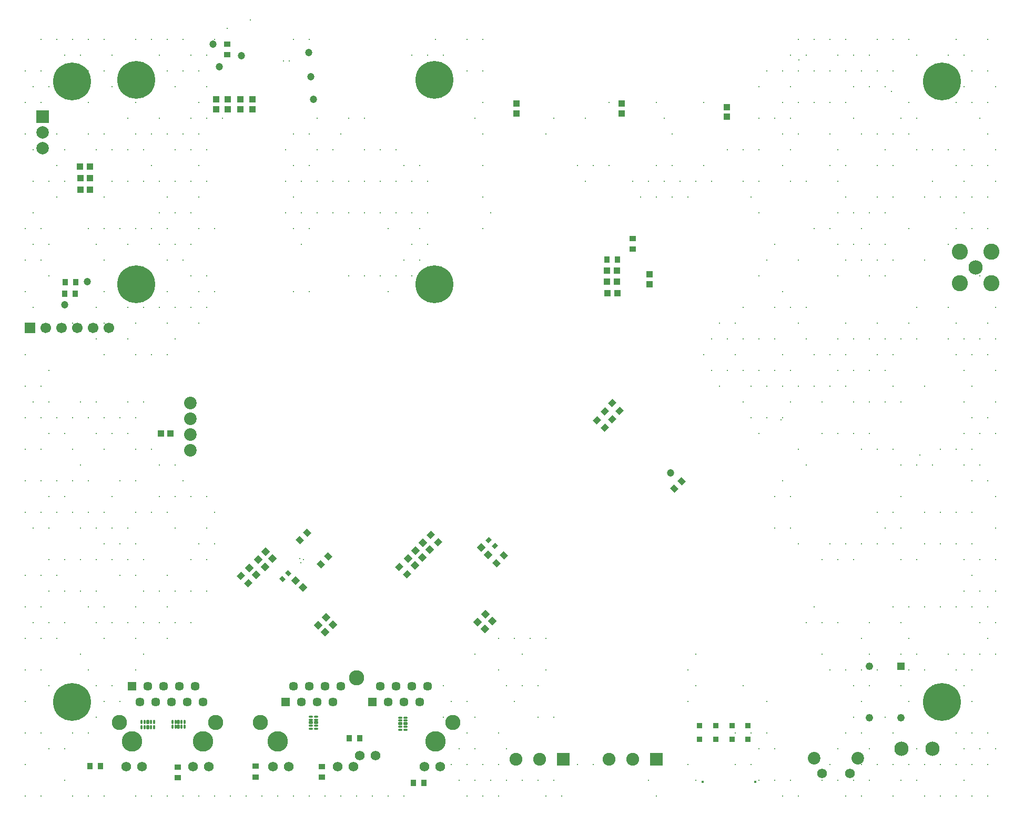
<source format=gbs>
G04*
G04 #@! TF.GenerationSoftware,Altium Limited,Altium Designer,25.5.2 (35)*
G04*
G04 Layer_Color=16711935*
%FSLAX44Y44*%
%MOMM*%
G71*
G04*
G04 #@! TF.SameCoordinates,7FE83EBB-F424-4E48-BF24-F714E467DA33*
G04*
G04*
G04 #@! TF.FilePolarity,Negative*
G04*
G01*
G75*
%ADD72R,0.9508X1.0508*%
%ADD77R,1.0508X1.0508*%
%ADD78R,1.0508X0.9508*%
%ADD79R,1.0508X1.0508*%
%ADD90R,0.8509X0.8509*%
%ADD94P,1.4861X4X90.0*%
G04:AMPARAMS|DCode=98|XSize=1.0508mm|YSize=0.9508mm|CornerRadius=0mm|HoleSize=0mm|Usage=FLASHONLY|Rotation=45.000|XOffset=0mm|YOffset=0mm|HoleType=Round|Shape=Rectangle|*
%AMROTATEDRECTD98*
4,1,4,-0.0354,-0.7077,-0.7077,-0.0354,0.0354,0.7077,0.7077,0.0354,-0.0354,-0.7077,0.0*
%
%ADD98ROTATEDRECTD98*%

G04:AMPARAMS|DCode=110|XSize=1.0508mm|YSize=0.9508mm|CornerRadius=0mm|HoleSize=0mm|Usage=FLASHONLY|Rotation=315.000|XOffset=0mm|YOffset=0mm|HoleType=Round|Shape=Rectangle|*
%AMROTATEDRECTD110*
4,1,4,-0.7077,0.0354,-0.0354,0.7077,0.7077,-0.0354,0.0354,-0.7077,-0.7077,0.0354,0.0*
%
%ADD110ROTATEDRECTD110*%

G04:AMPARAMS|DCode=114|XSize=0.7508mm|YSize=0.7008mm|CornerRadius=0mm|HoleSize=0mm|Usage=FLASHONLY|Rotation=315.000|XOffset=0mm|YOffset=0mm|HoleType=Round|Shape=Rectangle|*
%AMROTATEDRECTD114*
4,1,4,-0.5132,0.0177,-0.0177,0.5132,0.5132,-0.0177,0.0177,-0.5132,-0.5132,0.0177,0.0*
%
%ADD114ROTATEDRECTD114*%

G04:AMPARAMS|DCode=115|XSize=0.7508mm|YSize=0.7008mm|CornerRadius=0mm|HoleSize=0mm|Usage=FLASHONLY|Rotation=45.000|XOffset=0mm|YOffset=0mm|HoleType=Round|Shape=Rectangle|*
%AMROTATEDRECTD115*
4,1,4,-0.0177,-0.5132,-0.5132,-0.0177,0.0177,0.5132,0.5132,0.0177,-0.0177,-0.5132,0.0*
%
%ADD115ROTATEDRECTD115*%

%ADD118C,1.2000*%
%ADD129C,2.6008*%
%ADD130C,1.2108*%
%ADD131C,1.5658*%
%ADD132C,2.0008*%
%ADD133C,1.7008*%
%ADD134C,2.0308*%
%ADD135C,2.4508*%
%ADD136C,1.4508*%
%ADD137C,1.5708*%
%ADD138R,1.4508X1.4508*%
%ADD139C,2.0758*%
%ADD140R,2.0758X2.0758*%
%ADD141C,2.3008*%
%ADD142R,2.0008X2.0008*%
%ADD143C,3.3008*%
%ADD144C,0.4258*%
%ADD145R,1.2108X1.2108*%
%ADD146C,6.1000*%
%ADD147R,1.7008X1.7008*%
%ADD148C,0.2540*%
G04:AMPARAMS|DCode=187|XSize=0.54mm|YSize=0.705mm|CornerRadius=0.17mm|HoleSize=0mm|Usage=FLASHONLY|Rotation=90.000|XOffset=0mm|YOffset=0mm|HoleType=Round|Shape=RoundedRectangle|*
%AMROUNDEDRECTD187*
21,1,0.5400,0.3650,0,0,90.0*
21,1,0.2000,0.7050,0,0,90.0*
1,1,0.3400,0.1825,0.1000*
1,1,0.3400,0.1825,-0.1000*
1,1,0.3400,-0.1825,-0.1000*
1,1,0.3400,-0.1825,0.1000*
%
%ADD187ROUNDEDRECTD187*%
G04:AMPARAMS|DCode=188|XSize=0.54mm|YSize=0.705mm|CornerRadius=0.17mm|HoleSize=0mm|Usage=FLASHONLY|Rotation=0.000|XOffset=0mm|YOffset=0mm|HoleType=Round|Shape=RoundedRectangle|*
%AMROUNDEDRECTD188*
21,1,0.5400,0.3650,0,0,0.0*
21,1,0.2000,0.7050,0,0,0.0*
1,1,0.3400,0.1000,-0.1825*
1,1,0.3400,-0.1000,-0.1825*
1,1,0.3400,-0.1000,0.1825*
1,1,0.3400,0.1000,0.1825*
%
%ADD188ROUNDEDRECTD188*%
G04:AMPARAMS|DCode=189|XSize=0.34mm|YSize=0.705mm|CornerRadius=0.12mm|HoleSize=0mm|Usage=FLASHONLY|Rotation=90.000|XOffset=0mm|YOffset=0mm|HoleType=Round|Shape=RoundedRectangle|*
%AMROUNDEDRECTD189*
21,1,0.3400,0.4650,0,0,90.0*
21,1,0.1000,0.7050,0,0,90.0*
1,1,0.2400,0.2325,0.0500*
1,1,0.2400,0.2325,-0.0500*
1,1,0.2400,-0.2325,-0.0500*
1,1,0.2400,-0.2325,0.0500*
%
%ADD189ROUNDEDRECTD189*%
G04:AMPARAMS|DCode=190|XSize=0.34mm|YSize=0.705mm|CornerRadius=0.12mm|HoleSize=0mm|Usage=FLASHONLY|Rotation=0.000|XOffset=0mm|YOffset=0mm|HoleType=Round|Shape=RoundedRectangle|*
%AMROUNDEDRECTD190*
21,1,0.3400,0.4650,0,0,0.0*
21,1,0.1000,0.7050,0,0,0.0*
1,1,0.2400,0.0500,-0.2325*
1,1,0.2400,-0.0500,-0.2325*
1,1,0.2400,-0.0500,0.2325*
1,1,0.2400,0.0500,0.2325*
%
%ADD190ROUNDEDRECTD190*%
D72*
X960500Y867250D02*
D03*
X546000Y96500D02*
D03*
X649000Y24250D02*
D03*
X128250Y51250D02*
D03*
X563000Y96500D02*
D03*
X666000Y24250D02*
D03*
X145250Y51250D02*
D03*
X977500Y867250D02*
D03*
X105000Y812750D02*
D03*
X88000D02*
D03*
X88500Y831500D02*
D03*
X105500D02*
D03*
D77*
X961000Y849750D02*
D03*
Y832250D02*
D03*
X961250Y813750D02*
D03*
X128500Y1017500D02*
D03*
X128750Y998750D02*
D03*
Y980000D02*
D03*
X242250Y587000D02*
D03*
X977000Y849750D02*
D03*
X977250Y813750D02*
D03*
X112750Y998750D02*
D03*
X112500Y1017500D02*
D03*
X112750Y980000D02*
D03*
X258250Y587000D02*
D03*
X977000Y832250D02*
D03*
D78*
X1001750Y901500D02*
D03*
X501750Y33250D02*
D03*
X394750Y34000D02*
D03*
X269750Y33000D02*
D03*
X501750Y50250D02*
D03*
X394750Y51000D02*
D03*
X269750Y50000D02*
D03*
X1001750Y884500D02*
D03*
X349250Y1197750D02*
D03*
Y1214750D02*
D03*
D79*
X1153694Y1113500D02*
D03*
X984000Y1119000D02*
D03*
X1029500Y844000D02*
D03*
X815250Y1119000D02*
D03*
X389806Y1109500D02*
D03*
X370623Y1109542D02*
D03*
X350306Y1109750D02*
D03*
X331306D02*
D03*
X1029500Y828000D02*
D03*
X389806Y1125500D02*
D03*
X370623Y1125542D02*
D03*
X984000Y1103000D02*
D03*
X1153694Y1097500D02*
D03*
X815250Y1103000D02*
D03*
X350306Y1125750D02*
D03*
X331306D02*
D03*
D90*
X1187500Y94249D02*
D03*
X1161750Y94499D02*
D03*
X1136000D02*
D03*
X1109250D02*
D03*
Y116501D02*
D03*
X1187500Y116251D02*
D03*
X1136000Y116501D02*
D03*
X1161750D02*
D03*
D94*
X664296Y411157D02*
D03*
X769657Y392149D02*
D03*
X652343Y398907D02*
D03*
X640186Y385814D02*
D03*
X776064Y284686D02*
D03*
X470906Y339093D02*
D03*
X411030Y396720D02*
D03*
X398936Y383814D02*
D03*
X384936Y370564D02*
D03*
X763767Y272029D02*
D03*
X519500Y279500D02*
D03*
X507000Y267056D02*
D03*
X459593Y350407D02*
D03*
X508186Y290814D02*
D03*
X495686Y278370D02*
D03*
X410250Y372500D02*
D03*
X422343Y385407D02*
D03*
X396250Y359250D02*
D03*
X758343Y403463D02*
D03*
X675610Y399843D02*
D03*
X663657Y387593D02*
D03*
X764750Y296000D02*
D03*
X752454Y283343D02*
D03*
X651500Y374500D02*
D03*
D98*
X676989Y424261D02*
D03*
X383354Y345896D02*
D03*
X371333Y357917D02*
D03*
X969055Y636012D02*
D03*
X957045Y622523D02*
D03*
X944805Y608762D02*
D03*
X626490Y372510D02*
D03*
X689010Y412240D02*
D03*
X638511Y360489D02*
D03*
X969065Y610502D02*
D03*
X981076Y623992D02*
D03*
X956826Y596741D02*
D03*
D110*
X1080760Y510260D02*
D03*
X477853Y427417D02*
D03*
X795011Y390511D02*
D03*
X512104Y388917D02*
D03*
X500083Y376896D02*
D03*
X465833Y415396D02*
D03*
X1068740Y498240D02*
D03*
X782990Y378490D02*
D03*
D114*
X447593Y362157D02*
D03*
X438049Y352613D02*
D03*
D115*
X770478Y415272D02*
D03*
X780022Y405728D02*
D03*
D118*
X1063343Y523657D02*
D03*
X337000Y1178250D02*
D03*
X326804Y1214331D02*
D03*
X124000Y831750D02*
D03*
X87750Y794500D02*
D03*
X372250Y1196250D02*
D03*
X488500Y1125750D02*
D03*
X484250Y1162500D02*
D03*
X480250Y1201000D02*
D03*
D129*
X1528906Y880670D02*
D03*
X1579706D02*
D03*
Y829870D02*
D03*
X1528906D02*
D03*
D130*
X1382750Y212000D02*
D03*
X1433750Y129500D02*
D03*
X1382750D02*
D03*
D131*
X1351878Y39319D02*
D03*
X1306878D02*
D03*
D132*
X52500Y1047100D02*
D03*
Y1072500D02*
D03*
D133*
X82600Y757500D02*
D03*
X57200D02*
D03*
X108000D02*
D03*
X133400D02*
D03*
X158800D02*
D03*
D134*
X290000Y560250D02*
D03*
Y585650D02*
D03*
Y611050D02*
D03*
Y636450D02*
D03*
X1294328Y64219D02*
D03*
X1364428D02*
D03*
D135*
X557540Y193928D02*
D03*
X712190Y121528D02*
D03*
X402890D02*
D03*
X330765Y121427D02*
D03*
X175865D02*
D03*
D136*
X532140Y179928D02*
D03*
X671840D02*
D03*
X310465Y154427D02*
D03*
X468640Y154528D02*
D03*
X481340Y179928D02*
D03*
X494040Y154528D02*
D03*
X455940Y179928D02*
D03*
X506740D02*
D03*
X297765Y179827D02*
D03*
X285065Y154427D02*
D03*
X259665D02*
D03*
X234265D02*
D03*
X208865D02*
D03*
X272365Y179827D02*
D03*
X246965D02*
D03*
X221565D02*
D03*
X646440Y179928D02*
D03*
X621040D02*
D03*
X595640D02*
D03*
X519440Y154528D02*
D03*
X659140D02*
D03*
X633740D02*
D03*
X608340D02*
D03*
D137*
X552440Y50427D02*
D03*
X448240D02*
D03*
X187015Y50127D02*
D03*
X294215D02*
D03*
X319615D02*
D03*
X212415D02*
D03*
X666840Y50427D02*
D03*
X692240D02*
D03*
X422840D02*
D03*
X527040D02*
D03*
X588040Y68128D02*
D03*
X562640D02*
D03*
D138*
X443240Y154528D02*
D03*
X196165Y179827D02*
D03*
X582940Y154528D02*
D03*
D139*
X852126Y62143D02*
D03*
X814026D02*
D03*
X1001986D02*
D03*
X963886D02*
D03*
D140*
X890227D02*
D03*
X1040087D02*
D03*
D141*
X1554306Y855270D02*
D03*
X1434558Y79556D02*
D03*
X1484557D02*
D03*
D142*
X52500Y1097900D02*
D03*
D143*
X310465Y90927D02*
D03*
X196165D02*
D03*
X684540Y91028D02*
D03*
X430540D02*
D03*
D144*
X1114547Y26160D02*
D03*
X1199547D02*
D03*
D145*
X1433750Y212000D02*
D03*
D146*
X1499957Y154320D02*
D03*
Y1154320D02*
D03*
X683193Y1157458D02*
D03*
X203193Y827459D02*
D03*
X683193D02*
D03*
X203193Y1157458D02*
D03*
X99956Y154320D02*
D03*
Y1154320D02*
D03*
D147*
X31800Y757500D02*
D03*
D148*
X1268687Y1222722D02*
D03*
X1319487Y1171922D02*
D03*
X1357587Y1146522D02*
D03*
X1294086Y1222722D02*
D03*
X1344886Y1171922D02*
D03*
X1382986Y1146522D02*
D03*
X862287Y3522D02*
D03*
X887686D02*
D03*
X582887D02*
D03*
X214587Y282910D02*
D03*
X201887Y308322D02*
D03*
X214587Y232122D02*
D03*
X138386Y333722D02*
D03*
X189186Y282922D02*
D03*
X74886Y511522D02*
D03*
X125687Y460722D02*
D03*
X74886Y968722D02*
D03*
X36786Y943322D02*
D03*
X49486Y917922D02*
D03*
X62186Y892522D02*
D03*
X36786D02*
D03*
X49486Y867122D02*
D03*
X62186Y841722D02*
D03*
X328886Y1222722D02*
D03*
X1464286Y552496D02*
D03*
X1240500Y609000D02*
D03*
X786087Y257522D02*
D03*
X316187Y333722D02*
D03*
X467595Y379365D02*
D03*
X472165Y383792D02*
D03*
X465915Y386042D02*
D03*
X349250Y1240000D02*
D03*
X386250Y1253250D02*
D03*
X1573486Y1222722D02*
D03*
Y1171922D02*
D03*
X1586187Y1146522D02*
D03*
X1573486Y1121122D02*
D03*
Y1070322D02*
D03*
X1586187Y1044922D02*
D03*
X1573486Y1019522D02*
D03*
X1586187Y994122D02*
D03*
X1573486Y968722D02*
D03*
Y917922D02*
D03*
X1586187Y790922D02*
D03*
X1573486Y765522D02*
D03*
X1586187Y740122D02*
D03*
X1573486Y714722D02*
D03*
X1586187Y689322D02*
D03*
Y638522D02*
D03*
X1573486Y613122D02*
D03*
X1586187Y587722D02*
D03*
X1573486Y511522D02*
D03*
X1586187Y486122D02*
D03*
Y435322D02*
D03*
Y384522D02*
D03*
Y333722D02*
D03*
X1573486Y308322D02*
D03*
X1586187Y282922D02*
D03*
X1573486Y257522D02*
D03*
X1586187Y232122D02*
D03*
X1573486Y105122D02*
D03*
X1586187Y79722D02*
D03*
X1573486Y54322D02*
D03*
Y3522D02*
D03*
X1548087Y1171922D02*
D03*
Y1121122D02*
D03*
X1560786Y1095722D02*
D03*
X1548087Y1019522D02*
D03*
Y968722D02*
D03*
Y917922D02*
D03*
X1560786Y841722D02*
D03*
Y740122D02*
D03*
X1548087Y714722D02*
D03*
Y663922D02*
D03*
Y613122D02*
D03*
X1560786Y587722D02*
D03*
X1548087Y562322D02*
D03*
X1560786Y536922D02*
D03*
X1548087Y511522D02*
D03*
Y460722D02*
D03*
Y409922D02*
D03*
X1560786Y384522D02*
D03*
X1548087Y359122D02*
D03*
X1560786Y333722D02*
D03*
X1548087Y308322D02*
D03*
X1560786Y282922D02*
D03*
Y232122D02*
D03*
X1548087Y206722D02*
D03*
Y155922D02*
D03*
Y105122D02*
D03*
X1560786Y79722D02*
D03*
X1548087Y54322D02*
D03*
Y3522D02*
D03*
X1522686Y1222722D02*
D03*
X1535387Y1197322D02*
D03*
X1522686Y1171922D02*
D03*
X1535387Y1146522D02*
D03*
X1522686Y1121122D02*
D03*
X1535387Y1044922D02*
D03*
X1522686Y1019522D02*
D03*
X1535387Y994122D02*
D03*
X1522686Y968722D02*
D03*
X1535387Y943322D02*
D03*
X1522686Y917922D02*
D03*
Y765522D02*
D03*
X1535387Y740122D02*
D03*
X1522686Y714722D02*
D03*
X1535387Y689322D02*
D03*
Y638522D02*
D03*
Y587722D02*
D03*
X1522686Y562322D02*
D03*
X1535387Y536922D02*
D03*
X1522686Y460722D02*
D03*
Y409922D02*
D03*
X1535387Y384522D02*
D03*
Y333722D02*
D03*
X1522686Y308322D02*
D03*
X1535387Y232122D02*
D03*
X1522686Y206722D02*
D03*
X1535387Y181322D02*
D03*
X1522686Y155922D02*
D03*
Y105122D02*
D03*
X1535387Y79722D02*
D03*
X1522686Y54322D02*
D03*
X1535387Y28922D02*
D03*
X1522686Y3522D02*
D03*
X1509987Y1197322D02*
D03*
X1497287Y1171922D02*
D03*
X1509987Y1044922D02*
D03*
X1497287Y968722D02*
D03*
X1509987Y892522D02*
D03*
Y790922D02*
D03*
Y740122D02*
D03*
X1497287Y562322D02*
D03*
Y460722D02*
D03*
Y409922D02*
D03*
Y308322D02*
D03*
X1509987Y232122D02*
D03*
Y181322D02*
D03*
Y130522D02*
D03*
X1497287Y54322D02*
D03*
Y3522D02*
D03*
X1484586Y1146522D02*
D03*
Y1044922D02*
D03*
Y994122D02*
D03*
X1471886Y968722D02*
D03*
Y867122D02*
D03*
Y663922D02*
D03*
X1484586Y536922D02*
D03*
X1471886Y460722D02*
D03*
Y409922D02*
D03*
Y308322D02*
D03*
Y206722D02*
D03*
X1484586Y181322D02*
D03*
Y130522D02*
D03*
X1471886Y54322D02*
D03*
Y3522D02*
D03*
X1446487Y1222722D02*
D03*
X1459187Y1197322D02*
D03*
X1446487Y1121122D02*
D03*
X1459187Y1095722D02*
D03*
X1446487Y1070322D02*
D03*
X1459187Y1044922D02*
D03*
X1446487Y917922D02*
D03*
X1459187Y790922D02*
D03*
X1446487Y765522D02*
D03*
X1459187Y740122D02*
D03*
Y536922D02*
D03*
Y384522D02*
D03*
X1446487Y308322D02*
D03*
Y257522D02*
D03*
X1459187Y232122D02*
D03*
X1446487Y206722D02*
D03*
Y155922D02*
D03*
X1459187Y79722D02*
D03*
X1446487Y54322D02*
D03*
X1459187Y28922D02*
D03*
X1421086Y1222722D02*
D03*
Y1171922D02*
D03*
X1433786Y1095722D02*
D03*
X1421086Y1070322D02*
D03*
Y1019522D02*
D03*
Y968722D02*
D03*
Y867122D02*
D03*
X1433786Y740122D02*
D03*
X1421086Y714722D02*
D03*
Y663922D02*
D03*
X1433786Y638522D02*
D03*
X1421086Y562322D02*
D03*
X1433786Y536922D02*
D03*
Y486122D02*
D03*
X1421086Y460722D02*
D03*
X1433786Y435322D02*
D03*
X1421086Y409922D02*
D03*
X1433786Y384522D02*
D03*
X1421086Y308322D02*
D03*
X1433786Y282922D02*
D03*
Y232122D02*
D03*
Y181322D02*
D03*
X1421086Y105122D02*
D03*
Y54322D02*
D03*
X1433786Y28922D02*
D03*
X1421086Y3522D02*
D03*
X1395686Y1222722D02*
D03*
Y1171922D02*
D03*
X1408387Y1146522D02*
D03*
X1395686Y1070322D02*
D03*
X1408387Y1044922D02*
D03*
X1395686Y1019522D02*
D03*
Y968722D02*
D03*
X1408387Y943322D02*
D03*
Y892522D02*
D03*
X1395686Y867122D02*
D03*
X1408387Y841722D02*
D03*
X1395686Y765522D02*
D03*
X1408387Y740122D02*
D03*
X1395686Y714722D02*
D03*
X1408387Y689322D02*
D03*
Y638522D02*
D03*
X1395686Y562322D02*
D03*
Y460722D02*
D03*
X1408387Y435322D02*
D03*
X1395686Y409922D02*
D03*
Y206722D02*
D03*
X1408387Y130522D02*
D03*
X1395686Y54322D02*
D03*
X1382986Y1197322D02*
D03*
X1370287Y1171922D02*
D03*
Y1070322D02*
D03*
X1382986Y943322D02*
D03*
X1370287Y917922D02*
D03*
X1382986Y892522D02*
D03*
X1370287Y867122D02*
D03*
X1382986Y841722D02*
D03*
Y740122D02*
D03*
Y689322D02*
D03*
Y638522D02*
D03*
Y587722D02*
D03*
X1370287Y562322D02*
D03*
Y409922D02*
D03*
X1382986Y282922D02*
D03*
X1370287Y257522D02*
D03*
X1382986Y232122D02*
D03*
X1370287Y206722D02*
D03*
X1382986Y181322D02*
D03*
X1370287Y155922D02*
D03*
Y105122D02*
D03*
X1382986Y79722D02*
D03*
X1370287Y54322D02*
D03*
X1382986Y28922D02*
D03*
X1370287Y3522D02*
D03*
X1344886Y1222722D02*
D03*
X1357587Y1197322D02*
D03*
X1344886Y1121122D02*
D03*
X1357587Y1095722D02*
D03*
X1344886Y1019522D02*
D03*
Y968722D02*
D03*
X1357587Y943322D02*
D03*
Y892522D02*
D03*
X1344886Y867122D02*
D03*
Y765522D02*
D03*
X1357587Y740122D02*
D03*
X1344886Y714722D02*
D03*
X1357587Y689322D02*
D03*
X1344886Y663922D02*
D03*
X1357587Y638522D02*
D03*
Y587722D02*
D03*
X1344886Y409922D02*
D03*
X1357587Y384522D02*
D03*
X1344886Y206722D02*
D03*
X1357587Y181322D02*
D03*
Y130522D02*
D03*
X1344886Y105122D02*
D03*
X1357587Y28922D02*
D03*
X1344886Y3522D02*
D03*
X1319487Y1222722D02*
D03*
X1332186Y1197322D02*
D03*
X1319487Y1121122D02*
D03*
Y1070322D02*
D03*
X1332186Y1044922D02*
D03*
X1319487Y1019522D02*
D03*
X1332186Y994122D02*
D03*
Y943322D02*
D03*
X1319487Y917922D02*
D03*
X1332186Y892522D02*
D03*
Y841722D02*
D03*
Y740122D02*
D03*
X1319487Y714722D02*
D03*
X1332186Y689322D02*
D03*
X1319487Y663922D02*
D03*
X1332186Y587722D02*
D03*
X1319487Y409922D02*
D03*
X1332186Y384522D02*
D03*
Y282922D02*
D03*
X1319487Y206722D02*
D03*
X1332186Y79722D02*
D03*
X1319487Y54322D02*
D03*
X1332186Y28922D02*
D03*
X1294086Y1171922D02*
D03*
Y1121122D02*
D03*
Y917922D02*
D03*
Y714722D02*
D03*
Y663922D02*
D03*
X1306786Y638522D02*
D03*
Y587722D02*
D03*
Y384522D02*
D03*
X1294086Y308322D02*
D03*
X1306786Y282922D02*
D03*
Y232122D02*
D03*
Y28922D02*
D03*
X1281387Y1197322D02*
D03*
X1268687Y1171922D02*
D03*
Y1121122D02*
D03*
Y1070322D02*
D03*
X1281387Y994122D02*
D03*
X1268687Y867122D02*
D03*
X1281387Y790922D02*
D03*
X1268687Y765522D02*
D03*
X1281387Y740122D02*
D03*
X1268687Y663922D02*
D03*
Y562322D02*
D03*
X1281387Y536922D02*
D03*
X1268687Y409922D02*
D03*
X1281387Y282922D02*
D03*
X1268687Y3522D02*
D03*
X1255986Y1197322D02*
D03*
X1243287Y1171922D02*
D03*
X1255986Y1146522D02*
D03*
X1243287Y1121122D02*
D03*
X1255986Y1095722D02*
D03*
X1243287Y1070322D02*
D03*
X1255986Y1044922D02*
D03*
X1243287Y1019522D02*
D03*
X1255986Y994122D02*
D03*
X1243287Y816322D02*
D03*
X1255986Y790922D02*
D03*
X1243287Y714722D02*
D03*
X1255986Y689322D02*
D03*
X1243287Y663922D02*
D03*
X1255986Y638522D02*
D03*
X1243287Y613122D02*
D03*
Y511522D02*
D03*
X1255986Y486122D02*
D03*
Y435322D02*
D03*
Y28922D02*
D03*
X1243287Y3522D02*
D03*
X1217887Y1171922D02*
D03*
X1230586Y1095722D02*
D03*
Y892522D02*
D03*
X1217887Y867122D02*
D03*
X1230586Y790922D02*
D03*
Y740122D02*
D03*
Y689322D02*
D03*
X1217887Y663922D02*
D03*
Y613122D02*
D03*
X1230586Y486122D02*
D03*
Y435322D02*
D03*
X1217887Y155922D02*
D03*
Y105122D02*
D03*
X1230586Y79722D02*
D03*
Y28922D02*
D03*
X1205186Y1146522D02*
D03*
Y1095722D02*
D03*
Y1044922D02*
D03*
Y994122D02*
D03*
X1192486Y968722D02*
D03*
X1205186Y943322D02*
D03*
Y841722D02*
D03*
Y740122D02*
D03*
Y689322D02*
D03*
X1192486Y663922D02*
D03*
Y613122D02*
D03*
X1205186Y587722D02*
D03*
X1192486Y105122D02*
D03*
X1205186Y79722D02*
D03*
X1192486Y54322D02*
D03*
X1205186Y28922D02*
D03*
X1179787Y1044922D02*
D03*
Y994122D02*
D03*
Y790922D02*
D03*
X1167086Y765522D02*
D03*
X1179787Y740122D02*
D03*
X1167086Y714722D02*
D03*
X1179787Y689322D02*
D03*
Y638522D02*
D03*
Y181322D02*
D03*
X1167086Y105122D02*
D03*
Y54322D02*
D03*
X1154387Y1044922D02*
D03*
X1141686Y765522D02*
D03*
X1154387Y740122D02*
D03*
Y689322D02*
D03*
X1141686Y663922D02*
D03*
X1116286Y1121122D02*
D03*
Y1019522D02*
D03*
X1128987Y994122D02*
D03*
Y740122D02*
D03*
X1116286Y714722D02*
D03*
X1128987Y689322D02*
D03*
X1103587Y994122D02*
D03*
X1090887Y968722D02*
D03*
X1103587Y232122D02*
D03*
X1090887Y206722D02*
D03*
X1103587Y181322D02*
D03*
X1090887Y155922D02*
D03*
Y54322D02*
D03*
X1103587Y28922D02*
D03*
X1065487Y1070322D02*
D03*
Y1019522D02*
D03*
X1078186Y994122D02*
D03*
X1065487Y968722D02*
D03*
X1040087Y1121122D02*
D03*
X1052786Y1095722D02*
D03*
X1040087Y1019522D02*
D03*
X1052786Y994122D02*
D03*
X1040087Y968722D02*
D03*
Y3522D02*
D03*
X1027386Y994122D02*
D03*
X1014687Y968722D02*
D03*
X1027386Y28922D02*
D03*
X1001986Y994122D02*
D03*
X963886Y1121122D02*
D03*
Y1019522D02*
D03*
X938486D02*
D03*
Y54322D02*
D03*
X925787Y1095722D02*
D03*
X913086Y1019522D02*
D03*
X925787Y994122D02*
D03*
X913086Y54322D02*
D03*
X874986Y1095722D02*
D03*
X862287Y1070322D02*
D03*
Y257522D02*
D03*
Y206722D02*
D03*
X874986Y130522D02*
D03*
Y28922D02*
D03*
X836887Y257522D02*
D03*
X849586Y181322D02*
D03*
Y130522D02*
D03*
Y28922D02*
D03*
X811487Y257522D02*
D03*
X824186Y232122D02*
D03*
Y181322D02*
D03*
X811487Y155922D02*
D03*
X824186Y28922D02*
D03*
X786087Y206722D02*
D03*
X798786Y181322D02*
D03*
X786087Y105122D02*
D03*
X798786Y79722D02*
D03*
X786087Y54322D02*
D03*
X798786Y28922D02*
D03*
X786087Y3522D02*
D03*
X760686Y1222722D02*
D03*
Y1171922D02*
D03*
Y1121122D02*
D03*
Y1070322D02*
D03*
Y1019522D02*
D03*
Y968722D02*
D03*
X773387Y943322D02*
D03*
X760686Y917922D02*
D03*
Y54322D02*
D03*
X773387Y28922D02*
D03*
X760686Y3522D02*
D03*
X735286Y1222722D02*
D03*
Y1171922D02*
D03*
X747987Y1095722D02*
D03*
Y232122D02*
D03*
X735286Y155922D02*
D03*
X747987Y130522D02*
D03*
X735286Y105122D02*
D03*
X747987Y79722D02*
D03*
X735286Y54322D02*
D03*
X747987Y28922D02*
D03*
X735286Y3522D02*
D03*
X709886Y1171922D02*
D03*
Y155922D02*
D03*
X722587Y79722D02*
D03*
X709886Y54322D02*
D03*
X722587Y28922D02*
D03*
X684486Y1222722D02*
D03*
X697187Y1197322D02*
D03*
Y1146522D02*
D03*
Y181322D02*
D03*
Y130522D02*
D03*
X671786Y1197322D02*
D03*
X659087Y1019522D02*
D03*
X671786Y994122D02*
D03*
Y943322D02*
D03*
X659087Y917922D02*
D03*
X671786Y892522D02*
D03*
X659087Y867122D02*
D03*
X671786Y841722D02*
D03*
X646386Y1197322D02*
D03*
X633686Y1019522D02*
D03*
X646386Y994122D02*
D03*
Y943322D02*
D03*
Y892522D02*
D03*
X633686Y867122D02*
D03*
X646386Y841722D02*
D03*
X633686Y3522D02*
D03*
X620987Y1044922D02*
D03*
Y994122D02*
D03*
Y943322D02*
D03*
X608287Y917922D02*
D03*
X620987Y841722D02*
D03*
X608287Y816322D02*
D03*
Y3522D02*
D03*
X595587Y1044922D02*
D03*
Y994122D02*
D03*
Y943322D02*
D03*
Y841722D02*
D03*
X570187Y1095722D02*
D03*
Y1044922D02*
D03*
Y994122D02*
D03*
Y943322D02*
D03*
Y841722D02*
D03*
X557486Y3522D02*
D03*
X544786Y1095722D02*
D03*
X532086Y1070322D02*
D03*
X544786Y994122D02*
D03*
Y943322D02*
D03*
Y841722D02*
D03*
X532086Y3522D02*
D03*
X519386Y1044922D02*
D03*
Y994122D02*
D03*
Y943322D02*
D03*
X506687Y3522D02*
D03*
X481287Y1222722D02*
D03*
X493987Y1095722D02*
D03*
X481287Y1070322D02*
D03*
X493987Y1044922D02*
D03*
X481287Y1019522D02*
D03*
X493987Y994122D02*
D03*
Y943322D02*
D03*
X481287Y917922D02*
D03*
Y816322D02*
D03*
Y3522D02*
D03*
X455886Y1222722D02*
D03*
Y1070322D02*
D03*
Y1019522D02*
D03*
X468587Y994122D02*
D03*
X455886Y968722D02*
D03*
X468587Y943322D02*
D03*
X455886Y917922D02*
D03*
X468587Y892522D02*
D03*
X455886Y816322D02*
D03*
Y3522D02*
D03*
X443186Y1044922D02*
D03*
Y994122D02*
D03*
Y943322D02*
D03*
X430486Y3522D02*
D03*
X405087D02*
D03*
X379687D02*
D03*
X354286D02*
D03*
X341586Y1095722D02*
D03*
X328886Y917922D02*
D03*
Y816322D02*
D03*
Y460722D02*
D03*
Y409922D02*
D03*
Y3522D02*
D03*
X316187Y1197322D02*
D03*
X303486Y1171922D02*
D03*
X316187Y1146522D02*
D03*
X303486Y1121122D02*
D03*
X316187Y1095722D02*
D03*
X303486Y1070322D02*
D03*
X316187Y1044922D02*
D03*
X303486Y1019522D02*
D03*
X316187Y994122D02*
D03*
X303486Y968722D02*
D03*
Y917922D02*
D03*
X316187Y841722D02*
D03*
X303486Y816322D02*
D03*
X316187Y790922D02*
D03*
X303486Y765522D02*
D03*
X316187Y486122D02*
D03*
Y435322D02*
D03*
X303486Y409922D02*
D03*
X316187Y384522D02*
D03*
X303486Y3522D02*
D03*
X278086Y1222722D02*
D03*
X290786Y1197322D02*
D03*
X278086Y1171922D02*
D03*
X290786Y1095722D02*
D03*
X278086Y1070322D02*
D03*
X290786Y1044922D02*
D03*
Y994122D02*
D03*
Y943322D02*
D03*
Y892522D02*
D03*
X278086Y867122D02*
D03*
X290786Y841722D02*
D03*
Y790922D02*
D03*
X278086Y511522D02*
D03*
X290786Y486122D02*
D03*
Y384522D02*
D03*
Y333722D02*
D03*
Y282922D02*
D03*
X278086Y3522D02*
D03*
X252687Y1222722D02*
D03*
Y1171922D02*
D03*
X265387Y1146522D02*
D03*
X252687Y1070322D02*
D03*
X265387Y1044922D02*
D03*
Y994122D02*
D03*
X252687Y968722D02*
D03*
X265387Y943322D02*
D03*
X252687Y917922D02*
D03*
X265387Y892522D02*
D03*
X252687Y867122D02*
D03*
Y816322D02*
D03*
X265387Y790922D02*
D03*
X252687Y765522D02*
D03*
X265387Y740122D02*
D03*
X252687Y714722D02*
D03*
X265387Y536922D02*
D03*
Y486122D02*
D03*
X252687Y460722D02*
D03*
X265387Y435322D02*
D03*
X252687Y359122D02*
D03*
X265387Y333722D02*
D03*
X252687Y308322D02*
D03*
X265387Y282922D02*
D03*
X252687Y257522D02*
D03*
Y3522D02*
D03*
X227286Y1222722D02*
D03*
X239986Y1197322D02*
D03*
X227286Y1171922D02*
D03*
X239986Y1095722D02*
D03*
X227286Y1070322D02*
D03*
Y1019522D02*
D03*
X239986Y994122D02*
D03*
Y943322D02*
D03*
X227286Y917922D02*
D03*
X239986Y892522D02*
D03*
Y790922D02*
D03*
X227286Y714722D02*
D03*
Y562322D02*
D03*
X239986Y536922D02*
D03*
Y486122D02*
D03*
X227286Y460722D02*
D03*
X239986Y333722D02*
D03*
Y282922D02*
D03*
X227286Y3522D02*
D03*
X201887Y1222722D02*
D03*
Y1121122D02*
D03*
Y1070322D02*
D03*
X214587Y1044922D02*
D03*
Y994122D02*
D03*
X201887Y917922D02*
D03*
X214587Y790922D02*
D03*
X201887Y765522D02*
D03*
Y714722D02*
D03*
X214587Y638522D02*
D03*
X201887Y613122D02*
D03*
Y562322D02*
D03*
Y511522D02*
D03*
Y460722D02*
D03*
Y409922D02*
D03*
X214587Y384522D02*
D03*
X201887Y359122D02*
D03*
X214587Y333722D02*
D03*
X201887Y257522D02*
D03*
Y206722D02*
D03*
Y3522D02*
D03*
X176486Y1171922D02*
D03*
X189186Y1146522D02*
D03*
Y1095722D02*
D03*
Y1044922D02*
D03*
Y994122D02*
D03*
X176486Y917922D02*
D03*
X189186Y892522D02*
D03*
X176486Y816322D02*
D03*
X189186Y790922D02*
D03*
Y740122D02*
D03*
Y638522D02*
D03*
X176486Y613122D02*
D03*
X189186Y587722D02*
D03*
X176486Y511522D02*
D03*
X189186Y435322D02*
D03*
X176486Y409922D02*
D03*
X189186Y384522D02*
D03*
X176486Y359122D02*
D03*
Y155922D02*
D03*
X151087Y1222722D02*
D03*
X163787Y1197322D02*
D03*
X151087Y1171922D02*
D03*
X163787Y1146522D02*
D03*
X151087Y1070322D02*
D03*
X163787Y1044922D02*
D03*
Y994122D02*
D03*
X151087Y968722D02*
D03*
Y917922D02*
D03*
Y867122D02*
D03*
Y816322D02*
D03*
Y765522D02*
D03*
Y714722D02*
D03*
Y613122D02*
D03*
X163787Y587722D02*
D03*
X151087Y562322D02*
D03*
X163787Y486122D02*
D03*
X151087Y460722D02*
D03*
X163787Y435322D02*
D03*
X151087Y409922D02*
D03*
X163787Y384522D02*
D03*
X151087Y308322D02*
D03*
X163787Y282922D02*
D03*
X151087Y257522D02*
D03*
X163787Y181322D02*
D03*
X151087Y155922D02*
D03*
Y3522D02*
D03*
X125687Y1222722D02*
D03*
Y1171922D02*
D03*
Y1121122D02*
D03*
Y1070322D02*
D03*
X138386Y1044922D02*
D03*
X125687Y917922D02*
D03*
X138386Y892522D02*
D03*
Y790922D02*
D03*
Y740122D02*
D03*
Y638522D02*
D03*
X125687Y613122D02*
D03*
X138386Y587722D02*
D03*
X125687Y511522D02*
D03*
X138386Y435322D02*
D03*
Y384522D02*
D03*
X125687Y308322D02*
D03*
X138386Y282922D02*
D03*
X125687Y206722D02*
D03*
X138386Y181322D02*
D03*
X125687Y155922D02*
D03*
X138386Y130522D02*
D03*
X125687Y105122D02*
D03*
Y3522D02*
D03*
X100287Y1222722D02*
D03*
X112986Y1197322D02*
D03*
X100287Y1171922D02*
D03*
Y765522D02*
D03*
X112986Y638522D02*
D03*
X100287Y613122D02*
D03*
Y562322D02*
D03*
X112986Y536922D02*
D03*
X100287Y511522D02*
D03*
Y460722D02*
D03*
X112986Y435322D02*
D03*
Y384522D02*
D03*
Y333722D02*
D03*
Y232122D02*
D03*
Y181322D02*
D03*
X100287Y105122D02*
D03*
Y3522D02*
D03*
X74886Y1222722D02*
D03*
X87586Y1197322D02*
D03*
X74886Y1171922D02*
D03*
Y1070322D02*
D03*
X87586Y1044922D02*
D03*
X74886Y1019522D02*
D03*
X87586Y994122D02*
D03*
X74886Y613122D02*
D03*
X87586Y587722D02*
D03*
Y486122D02*
D03*
X74886Y460722D02*
D03*
X87586Y384522D02*
D03*
X74886Y359122D02*
D03*
X87586Y333722D02*
D03*
Y282922D02*
D03*
X74886Y257522D02*
D03*
X87586Y181322D02*
D03*
Y130522D02*
D03*
Y79722D02*
D03*
Y28922D02*
D03*
X49486Y1222722D02*
D03*
Y1171922D02*
D03*
X62186Y1146522D02*
D03*
X49486Y1121122D02*
D03*
X62186Y994122D02*
D03*
Y689322D02*
D03*
X49486Y663922D02*
D03*
X62186Y638522D02*
D03*
X49486Y613122D02*
D03*
X62186Y587722D02*
D03*
X49486Y562322D02*
D03*
Y511522D02*
D03*
X62186Y486122D02*
D03*
X49486Y460722D02*
D03*
X62186Y435322D02*
D03*
Y384522D02*
D03*
X49486Y359122D02*
D03*
X62186Y333722D02*
D03*
X49486Y308322D02*
D03*
X62186Y282922D02*
D03*
X49486Y257522D02*
D03*
Y206722D02*
D03*
X62186Y181322D02*
D03*
X49486Y105122D02*
D03*
X62186Y79722D02*
D03*
X49486Y3522D02*
D03*
X24086Y1171922D02*
D03*
X36786Y1146522D02*
D03*
X24086Y1121122D02*
D03*
Y1070322D02*
D03*
X36786Y1044922D02*
D03*
Y994122D02*
D03*
X24086Y917922D02*
D03*
Y867122D02*
D03*
Y816322D02*
D03*
X36786Y790922D02*
D03*
X24086Y714722D02*
D03*
Y663922D02*
D03*
X36786Y638522D02*
D03*
X24086Y613122D02*
D03*
Y562322D02*
D03*
Y511522D02*
D03*
Y460722D02*
D03*
X36786Y435322D02*
D03*
X24086Y359122D02*
D03*
Y308322D02*
D03*
X36786Y282922D02*
D03*
X24086Y257522D02*
D03*
Y206722D02*
D03*
Y155922D02*
D03*
Y105122D02*
D03*
Y54322D02*
D03*
Y3522D02*
D03*
X1419000Y1138654D02*
D03*
X440250Y1187750D02*
D03*
X1269250Y1189250D02*
D03*
X449500Y1187750D02*
D03*
D187*
X483650Y121250D02*
D03*
X628015Y119675D02*
D03*
X492000Y121250D02*
D03*
X636365Y119675D02*
D03*
D188*
X271000Y122850D02*
D03*
X221500Y122350D02*
D03*
Y114000D02*
D03*
X271000Y114500D02*
D03*
D189*
X483650Y111250D02*
D03*
Y131250D02*
D03*
Y126250D02*
D03*
Y116250D02*
D03*
X492000Y131250D02*
D03*
Y126250D02*
D03*
Y116250D02*
D03*
Y111250D02*
D03*
X636365Y109675D02*
D03*
Y114675D02*
D03*
Y124675D02*
D03*
Y129675D02*
D03*
X628015D02*
D03*
Y124675D02*
D03*
Y114675D02*
D03*
Y109675D02*
D03*
D190*
X211500Y122350D02*
D03*
X216500D02*
D03*
X226500D02*
D03*
X231500D02*
D03*
Y114000D02*
D03*
X226500D02*
D03*
X216500D02*
D03*
X211500D02*
D03*
X261000Y122850D02*
D03*
X266000D02*
D03*
X276000D02*
D03*
X281000D02*
D03*
Y114500D02*
D03*
X276000D02*
D03*
X266000D02*
D03*
X261000D02*
D03*
M02*

</source>
